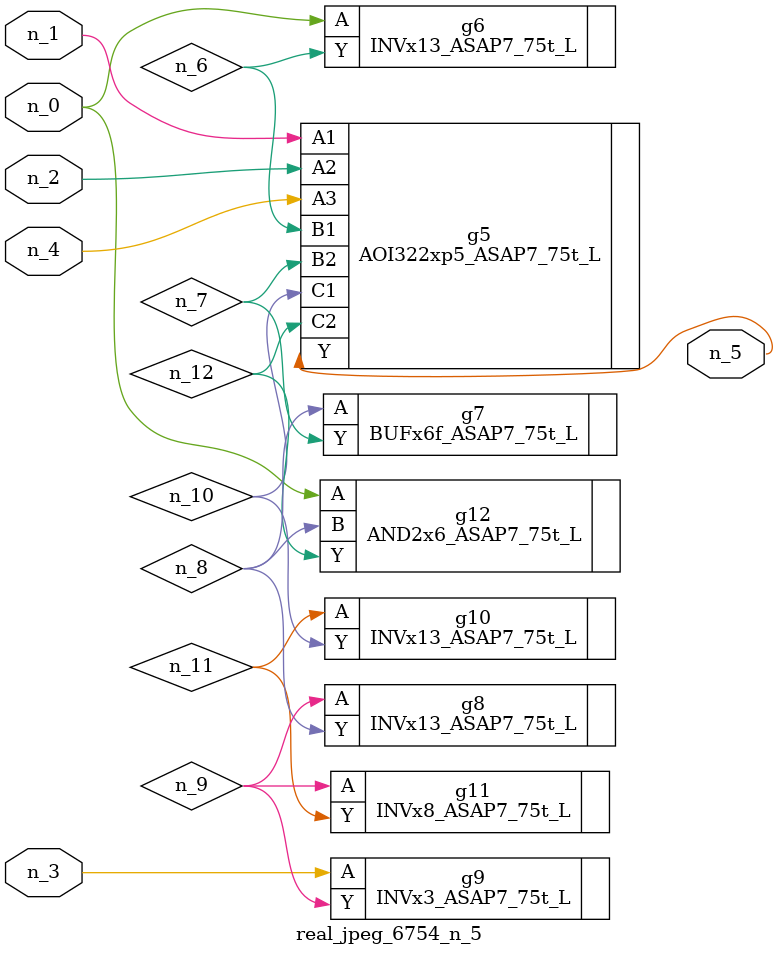
<source format=v>
module real_jpeg_6754_n_5 (n_4, n_0, n_1, n_2, n_3, n_5);

input n_4;
input n_0;
input n_1;
input n_2;
input n_3;

output n_5;

wire n_12;
wire n_8;
wire n_11;
wire n_6;
wire n_7;
wire n_10;
wire n_9;

INVx13_ASAP7_75t_L g6 ( 
.A(n_0),
.Y(n_6)
);

AND2x6_ASAP7_75t_L g12 ( 
.A(n_0),
.B(n_8),
.Y(n_12)
);

AOI322xp5_ASAP7_75t_L g5 ( 
.A1(n_1),
.A2(n_2),
.A3(n_4),
.B1(n_6),
.B2(n_7),
.C1(n_10),
.C2(n_12),
.Y(n_5)
);

INVx3_ASAP7_75t_L g9 ( 
.A(n_3),
.Y(n_9)
);

BUFx6f_ASAP7_75t_L g7 ( 
.A(n_8),
.Y(n_7)
);

INVx13_ASAP7_75t_L g8 ( 
.A(n_9),
.Y(n_8)
);

INVx8_ASAP7_75t_L g11 ( 
.A(n_9),
.Y(n_11)
);

INVx13_ASAP7_75t_L g10 ( 
.A(n_11),
.Y(n_10)
);


endmodule
</source>
